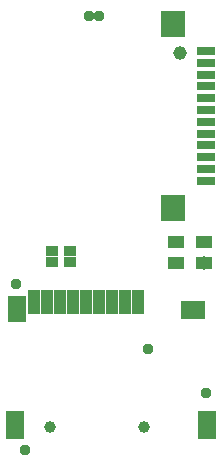
<source format=gts>
G04 EAGLE Gerber RS-274X export*
G75*
%MOMM*%
%FSLAX34Y34*%
%LPD*%
%INTop Solder Mask*%
%IPPOS*%
%AMOC8*
5,1,8,0,0,1.08239X$1,22.5*%
G01*
%ADD10R,1.003200X2.003200*%
%ADD11R,1.603200X2.203200*%
%ADD12R,1.603200X2.403200*%
%ADD13R,2.003200X1.603200*%
%ADD14C,1.003200*%
%ADD15R,1.503200X0.803200*%
%ADD16R,2.003200X2.203200*%
%ADD17R,1.403200X1.003200*%
%ADD18R,1.003200X0.853200*%
%ADD19C,0.959600*%
%ADD20C,1.159600*%


D10*
X87000Y154000D03*
X76000Y154000D03*
X65000Y154000D03*
X54000Y154000D03*
X43000Y154000D03*
X98000Y154000D03*
X109000Y154000D03*
X120000Y154000D03*
D11*
X17500Y148000D03*
D12*
X179000Y49500D03*
D10*
X32000Y154000D03*
D13*
X166500Y147000D03*
D12*
X16000Y49500D03*
D14*
X125500Y48000D03*
X45500Y48000D03*
D15*
X177500Y366500D03*
X177500Y356500D03*
X177500Y346500D03*
X177500Y336500D03*
X177500Y326500D03*
X177500Y316500D03*
X177500Y306500D03*
X177500Y296500D03*
X177500Y286500D03*
X177500Y276500D03*
X177500Y266500D03*
X177500Y256500D03*
D16*
X150000Y233500D03*
X150000Y389500D03*
D17*
X176000Y205000D03*
X176000Y187000D03*
X152500Y205000D03*
X152500Y187000D03*
D18*
X47500Y196750D03*
X62500Y196750D03*
X47500Y188250D03*
X62500Y188250D03*
D19*
X177500Y76500D03*
X79000Y396000D03*
X17000Y169000D03*
X87000Y396000D03*
X24500Y28500D03*
D20*
X176000Y187000D03*
X155500Y364500D03*
D19*
X129000Y114000D03*
M02*

</source>
